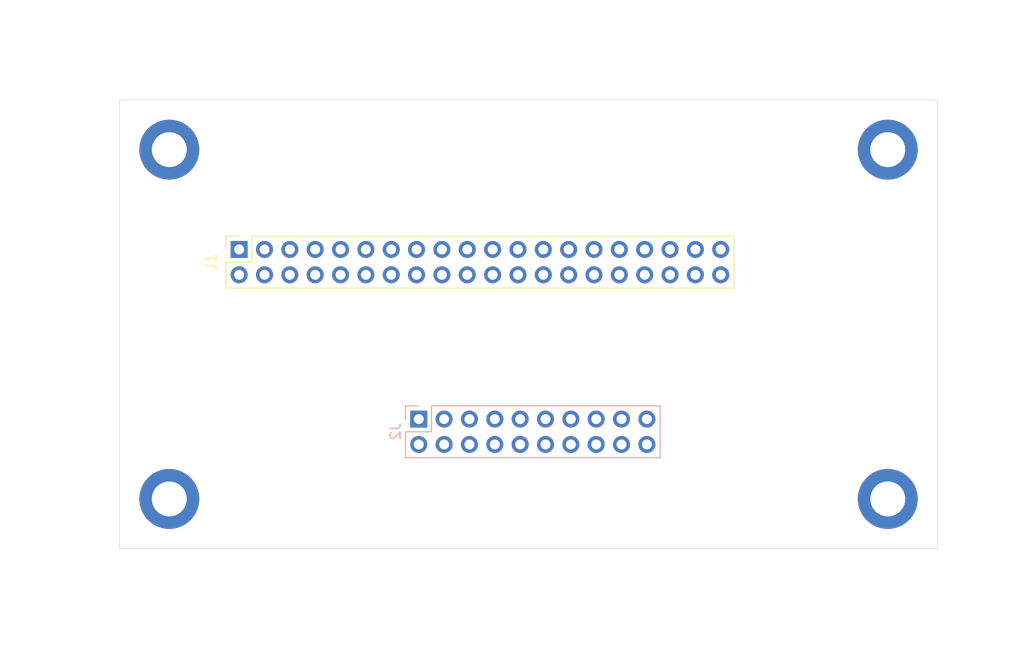
<source format=kicad_pcb>
(kicad_pcb (version 20171130) (host pcbnew 5.1.5+dfsg1-2build2)

  (general
    (thickness 1.6)
    (drawings 12)
    (tracks 4)
    (zones 0)
    (modules 2)
    (nets 1)
  )

  (page A4)
  (layers
    (0 F.Cu signal)
    (31 B.Cu signal)
    (32 B.Adhes user)
    (33 F.Adhes user)
    (34 B.Paste user)
    (35 F.Paste user)
    (36 B.SilkS user)
    (37 F.SilkS user)
    (38 B.Mask user)
    (39 F.Mask user)
    (40 Dwgs.User user)
    (41 Cmts.User user)
    (42 Eco1.User user)
    (43 Eco2.User user)
    (44 Edge.Cuts user)
    (45 Margin user)
    (46 B.CrtYd user)
    (47 F.CrtYd user)
    (48 B.Fab user)
    (49 F.Fab user)
  )

  (setup
    (last_trace_width 0.25)
    (trace_clearance 0.2)
    (zone_clearance 0.508)
    (zone_45_only no)
    (trace_min 0.2)
    (via_size 0.8)
    (via_drill 0.4)
    (via_min_size 0.4)
    (via_min_drill 0.3)
    (uvia_size 0.3)
    (uvia_drill 0.1)
    (uvias_allowed no)
    (uvia_min_size 0.2)
    (uvia_min_drill 0.1)
    (edge_width 0.05)
    (segment_width 0.2)
    (pcb_text_width 0.3)
    (pcb_text_size 1.5 1.5)
    (mod_edge_width 0.12)
    (mod_text_size 1 1)
    (mod_text_width 0.15)
    (pad_size 1.524 1.524)
    (pad_drill 0.762)
    (pad_to_mask_clearance 0.051)
    (solder_mask_min_width 0.25)
    (aux_axis_origin 0 0)
    (visible_elements FFFFFF7F)
    (pcbplotparams
      (layerselection 0x010fc_ffffffff)
      (usegerberextensions false)
      (usegerberattributes false)
      (usegerberadvancedattributes false)
      (creategerberjobfile false)
      (excludeedgelayer true)
      (linewidth 0.100000)
      (plotframeref false)
      (viasonmask false)
      (mode 1)
      (useauxorigin false)
      (hpglpennumber 1)
      (hpglpenspeed 20)
      (hpglpendiameter 15.000000)
      (psnegative false)
      (psa4output false)
      (plotreference true)
      (plotvalue true)
      (plotinvisibletext false)
      (padsonsilk false)
      (subtractmaskfromsilk false)
      (outputformat 1)
      (mirror false)
      (drillshape 1)
      (scaleselection 1)
      (outputdirectory ""))
  )

  (net 0 "")

  (net_class Default "Ceci est la Netclass par défaut."
    (clearance 0.2)
    (trace_width 0.25)
    (via_dia 0.8)
    (via_drill 0.4)
    (uvia_dia 0.3)
    (uvia_drill 0.1)
  )

  (module Connector_PinSocket_2.54mm:PinSocket_2x20_P2.54mm_Vertical (layer F.Cu) (tedit 5A19A433) (tstamp 6001C2D2)
    (at 102 65 90)
    (descr "Through hole straight socket strip, 2x20, 2.54mm pitch, double cols (from Kicad 4.0.7), script generated")
    (tags "Through hole socket strip THT 2x20 2.54mm double row")
    (path /6001B5E0)
    (fp_text reference J1 (at -1.27 -2.77 90) (layer F.SilkS)
      (effects (font (size 1 1) (thickness 0.15)))
    )
    (fp_text value Conn_02x20_Odd_Even (at -1.27 51.03 90) (layer F.Fab) hide
      (effects (font (size 1 1) (thickness 0.15)))
    )
    (fp_line (start -3.81 -1.27) (end 0.27 -1.27) (layer F.Fab) (width 0.1))
    (fp_line (start 0.27 -1.27) (end 1.27 -0.27) (layer F.Fab) (width 0.1))
    (fp_line (start 1.27 -0.27) (end 1.27 49.53) (layer F.Fab) (width 0.1))
    (fp_line (start 1.27 49.53) (end -3.81 49.53) (layer F.Fab) (width 0.1))
    (fp_line (start -3.81 49.53) (end -3.81 -1.27) (layer F.Fab) (width 0.1))
    (fp_line (start -3.87 -1.33) (end -1.27 -1.33) (layer F.SilkS) (width 0.12))
    (fp_line (start -3.87 -1.33) (end -3.87 49.59) (layer F.SilkS) (width 0.12))
    (fp_line (start -3.87 49.59) (end 1.33 49.59) (layer F.SilkS) (width 0.12))
    (fp_line (start 1.33 1.27) (end 1.33 49.59) (layer F.SilkS) (width 0.12))
    (fp_line (start -1.27 1.27) (end 1.33 1.27) (layer F.SilkS) (width 0.12))
    (fp_line (start -1.27 -1.33) (end -1.27 1.27) (layer F.SilkS) (width 0.12))
    (fp_line (start 1.33 -1.33) (end 1.33 0) (layer F.SilkS) (width 0.12))
    (fp_line (start 0 -1.33) (end 1.33 -1.33) (layer F.SilkS) (width 0.12))
    (fp_line (start -4.34 -1.8) (end 1.76 -1.8) (layer F.CrtYd) (width 0.05))
    (fp_line (start 1.76 -1.8) (end 1.76 50) (layer F.CrtYd) (width 0.05))
    (fp_line (start 1.76 50) (end -4.34 50) (layer F.CrtYd) (width 0.05))
    (fp_line (start -4.34 50) (end -4.34 -1.8) (layer F.CrtYd) (width 0.05))
    (fp_text user %R (at -1.27 24.13) (layer F.Fab)
      (effects (font (size 1 1) (thickness 0.15)))
    )
    (pad 1 thru_hole rect (at 0 0 90) (size 1.7 1.7) (drill 1) (layers *.Cu *.Mask))
    (pad 2 thru_hole oval (at -2.54 0 90) (size 1.7 1.7) (drill 1) (layers *.Cu *.Mask))
    (pad 3 thru_hole oval (at 0 2.54 90) (size 1.7 1.7) (drill 1) (layers *.Cu *.Mask))
    (pad 4 thru_hole oval (at -2.54 2.54 90) (size 1.7 1.7) (drill 1) (layers *.Cu *.Mask))
    (pad 5 thru_hole oval (at 0 5.08 90) (size 1.7 1.7) (drill 1) (layers *.Cu *.Mask))
    (pad 6 thru_hole oval (at -2.54 5.08 90) (size 1.7 1.7) (drill 1) (layers *.Cu *.Mask))
    (pad 7 thru_hole oval (at 0 7.62 90) (size 1.7 1.7) (drill 1) (layers *.Cu *.Mask))
    (pad 8 thru_hole oval (at -2.54 7.62 90) (size 1.7 1.7) (drill 1) (layers *.Cu *.Mask))
    (pad 9 thru_hole oval (at 0 10.16 90) (size 1.7 1.7) (drill 1) (layers *.Cu *.Mask))
    (pad 10 thru_hole oval (at -2.54 10.16 90) (size 1.7 1.7) (drill 1) (layers *.Cu *.Mask))
    (pad 11 thru_hole oval (at 0 12.7 90) (size 1.7 1.7) (drill 1) (layers *.Cu *.Mask))
    (pad 12 thru_hole oval (at -2.54 12.7 90) (size 1.7 1.7) (drill 1) (layers *.Cu *.Mask))
    (pad 13 thru_hole oval (at 0 15.24 90) (size 1.7 1.7) (drill 1) (layers *.Cu *.Mask))
    (pad 14 thru_hole oval (at -2.54 15.24 90) (size 1.7 1.7) (drill 1) (layers *.Cu *.Mask))
    (pad 15 thru_hole oval (at 0 17.78 90) (size 1.7 1.7) (drill 1) (layers *.Cu *.Mask))
    (pad 16 thru_hole oval (at -2.54 17.78 90) (size 1.7 1.7) (drill 1) (layers *.Cu *.Mask))
    (pad 17 thru_hole oval (at 0 20.32 90) (size 1.7 1.7) (drill 1) (layers *.Cu *.Mask))
    (pad 18 thru_hole oval (at -2.54 20.32 90) (size 1.7 1.7) (drill 1) (layers *.Cu *.Mask))
    (pad 19 thru_hole oval (at 0 22.86 90) (size 1.7 1.7) (drill 1) (layers *.Cu *.Mask))
    (pad 20 thru_hole oval (at -2.54 22.86 90) (size 1.7 1.7) (drill 1) (layers *.Cu *.Mask))
    (pad 21 thru_hole oval (at 0 25.4 90) (size 1.7 1.7) (drill 1) (layers *.Cu *.Mask))
    (pad 22 thru_hole oval (at -2.54 25.4 90) (size 1.7 1.7) (drill 1) (layers *.Cu *.Mask))
    (pad 23 thru_hole oval (at 0 27.94 90) (size 1.7 1.7) (drill 1) (layers *.Cu *.Mask))
    (pad 24 thru_hole oval (at -2.54 27.94 90) (size 1.7 1.7) (drill 1) (layers *.Cu *.Mask))
    (pad 25 thru_hole oval (at 0 30.48 90) (size 1.7 1.7) (drill 1) (layers *.Cu *.Mask))
    (pad 26 thru_hole oval (at -2.54 30.48 90) (size 1.7 1.7) (drill 1) (layers *.Cu *.Mask))
    (pad 27 thru_hole oval (at 0 33.02 90) (size 1.7 1.7) (drill 1) (layers *.Cu *.Mask))
    (pad 28 thru_hole oval (at -2.54 33.02 90) (size 1.7 1.7) (drill 1) (layers *.Cu *.Mask))
    (pad 29 thru_hole oval (at 0 35.56 90) (size 1.7 1.7) (drill 1) (layers *.Cu *.Mask))
    (pad 30 thru_hole oval (at -2.54 35.56 90) (size 1.7 1.7) (drill 1) (layers *.Cu *.Mask))
    (pad 31 thru_hole oval (at 0 38.1 90) (size 1.7 1.7) (drill 1) (layers *.Cu *.Mask))
    (pad 32 thru_hole oval (at -2.54 38.1 90) (size 1.7 1.7) (drill 1) (layers *.Cu *.Mask))
    (pad 33 thru_hole oval (at 0 40.64 90) (size 1.7 1.7) (drill 1) (layers *.Cu *.Mask))
    (pad 34 thru_hole oval (at -2.54 40.64 90) (size 1.7 1.7) (drill 1) (layers *.Cu *.Mask))
    (pad 35 thru_hole oval (at 0 43.18 90) (size 1.7 1.7) (drill 1) (layers *.Cu *.Mask))
    (pad 36 thru_hole oval (at -2.54 43.18 90) (size 1.7 1.7) (drill 1) (layers *.Cu *.Mask))
    (pad 37 thru_hole oval (at 0 45.72 90) (size 1.7 1.7) (drill 1) (layers *.Cu *.Mask))
    (pad 38 thru_hole oval (at -2.54 45.72 90) (size 1.7 1.7) (drill 1) (layers *.Cu *.Mask))
    (pad 39 thru_hole oval (at 0 48.26 90) (size 1.7 1.7) (drill 1) (layers *.Cu *.Mask))
    (pad 40 thru_hole oval (at -2.54 48.26 90) (size 1.7 1.7) (drill 1) (layers *.Cu *.Mask))
    (model ${KISYS3DMOD}/Connector_PinSocket_2.54mm.3dshapes/PinSocket_2x20_P2.54mm_Vertical.wrl
      (at (xyz 0 0 0))
      (scale (xyz 1 1 1))
      (rotate (xyz 0 0 0))
    )
    (model "/home/dimercur/Travail/git/voilier/meca/Content center files/ENG_CVM_CVM_5-5530843-4_F.3d_stp/c-5-5530843-4-f-3d.stp"
      (offset (xyz -1.2 -24 15.5))
      (scale (xyz 1 1 1))
      (rotate (xyz 0 0 90))
    )
  )

  (module Connector_PinHeader_2.54mm:PinHeader_2x10_P2.54mm_Vertical (layer B.Cu) (tedit 59FED5CC) (tstamp 6001C2FC)
    (at 120 82 270)
    (descr "Through hole straight pin header, 2x10, 2.54mm pitch, double rows")
    (tags "Through hole pin header THT 2x10 2.54mm double row")
    (path /6001C59E)
    (fp_text reference J2 (at 1.27 2.33 270) (layer B.SilkS)
      (effects (font (size 1 1) (thickness 0.15)) (justify mirror))
    )
    (fp_text value Conn_02x10_Odd_Even (at 1.27 -25.19 270) (layer B.Fab) hide
      (effects (font (size 1 1) (thickness 0.15)) (justify mirror))
    )
    (fp_line (start 0 1.27) (end 3.81 1.27) (layer B.Fab) (width 0.1))
    (fp_line (start 3.81 1.27) (end 3.81 -24.13) (layer B.Fab) (width 0.1))
    (fp_line (start 3.81 -24.13) (end -1.27 -24.13) (layer B.Fab) (width 0.1))
    (fp_line (start -1.27 -24.13) (end -1.27 0) (layer B.Fab) (width 0.1))
    (fp_line (start -1.27 0) (end 0 1.27) (layer B.Fab) (width 0.1))
    (fp_line (start -1.33 -24.19) (end 3.87 -24.19) (layer B.SilkS) (width 0.12))
    (fp_line (start -1.33 -1.27) (end -1.33 -24.19) (layer B.SilkS) (width 0.12))
    (fp_line (start 3.87 1.33) (end 3.87 -24.19) (layer B.SilkS) (width 0.12))
    (fp_line (start -1.33 -1.27) (end 1.27 -1.27) (layer B.SilkS) (width 0.12))
    (fp_line (start 1.27 -1.27) (end 1.27 1.33) (layer B.SilkS) (width 0.12))
    (fp_line (start 1.27 1.33) (end 3.87 1.33) (layer B.SilkS) (width 0.12))
    (fp_line (start -1.33 0) (end -1.33 1.33) (layer B.SilkS) (width 0.12))
    (fp_line (start -1.33 1.33) (end 0 1.33) (layer B.SilkS) (width 0.12))
    (fp_line (start -1.8 1.8) (end -1.8 -24.65) (layer B.CrtYd) (width 0.05))
    (fp_line (start -1.8 -24.65) (end 4.35 -24.65) (layer B.CrtYd) (width 0.05))
    (fp_line (start 4.35 -24.65) (end 4.35 1.8) (layer B.CrtYd) (width 0.05))
    (fp_line (start 4.35 1.8) (end -1.8 1.8) (layer B.CrtYd) (width 0.05))
    (fp_text user %R (at 1.27 -11.43) (layer B.Fab)
      (effects (font (size 1 1) (thickness 0.15)) (justify mirror))
    )
    (pad 1 thru_hole rect (at 0 0 270) (size 1.7 1.7) (drill 1) (layers *.Cu *.Mask))
    (pad 2 thru_hole oval (at 2.54 0 270) (size 1.7 1.7) (drill 1) (layers *.Cu *.Mask))
    (pad 3 thru_hole oval (at 0 -2.54 270) (size 1.7 1.7) (drill 1) (layers *.Cu *.Mask))
    (pad 4 thru_hole oval (at 2.54 -2.54 270) (size 1.7 1.7) (drill 1) (layers *.Cu *.Mask))
    (pad 5 thru_hole oval (at 0 -5.08 270) (size 1.7 1.7) (drill 1) (layers *.Cu *.Mask))
    (pad 6 thru_hole oval (at 2.54 -5.08 270) (size 1.7 1.7) (drill 1) (layers *.Cu *.Mask))
    (pad 7 thru_hole oval (at 0 -7.62 270) (size 1.7 1.7) (drill 1) (layers *.Cu *.Mask))
    (pad 8 thru_hole oval (at 2.54 -7.62 270) (size 1.7 1.7) (drill 1) (layers *.Cu *.Mask))
    (pad 9 thru_hole oval (at 0 -10.16 270) (size 1.7 1.7) (drill 1) (layers *.Cu *.Mask))
    (pad 10 thru_hole oval (at 2.54 -10.16 270) (size 1.7 1.7) (drill 1) (layers *.Cu *.Mask))
    (pad 11 thru_hole oval (at 0 -12.7 270) (size 1.7 1.7) (drill 1) (layers *.Cu *.Mask))
    (pad 12 thru_hole oval (at 2.54 -12.7 270) (size 1.7 1.7) (drill 1) (layers *.Cu *.Mask))
    (pad 13 thru_hole oval (at 0 -15.24 270) (size 1.7 1.7) (drill 1) (layers *.Cu *.Mask))
    (pad 14 thru_hole oval (at 2.54 -15.24 270) (size 1.7 1.7) (drill 1) (layers *.Cu *.Mask))
    (pad 15 thru_hole oval (at 0 -17.78 270) (size 1.7 1.7) (drill 1) (layers *.Cu *.Mask))
    (pad 16 thru_hole oval (at 2.54 -17.78 270) (size 1.7 1.7) (drill 1) (layers *.Cu *.Mask))
    (pad 17 thru_hole oval (at 0 -20.32 270) (size 1.7 1.7) (drill 1) (layers *.Cu *.Mask))
    (pad 18 thru_hole oval (at 2.54 -20.32 270) (size 1.7 1.7) (drill 1) (layers *.Cu *.Mask))
    (pad 19 thru_hole oval (at 0 -22.86 270) (size 1.7 1.7) (drill 1) (layers *.Cu *.Mask))
    (pad 20 thru_hole oval (at 2.54 -22.86 270) (size 1.7 1.7) (drill 1) (layers *.Cu *.Mask))
    (model ${KISYS3DMOD}/Connector_PinHeader_2.54mm.3dshapes/PinHeader_2x10_P2.54mm_Vertical.wrl
      (at (xyz 0 0 0))
      (scale (xyz 1 1 1))
      (rotate (xyz 0 0 0))
    )
  )

  (dimension 5 (width 0.15) (layer F.Fab)
    (gr_text "5,000 mm" (at 92.5 44.7) (layer F.Fab)
      (effects (font (size 1 1) (thickness 0.15)))
    )
    (feature1 (pts (xy 90 55) (xy 90 45.413579)))
    (feature2 (pts (xy 95 55) (xy 95 45.413579)))
    (crossbar (pts (xy 95 46) (xy 90 46)))
    (arrow1a (pts (xy 90 46) (xy 91.126504 45.413579)))
    (arrow1b (pts (xy 90 46) (xy 91.126504 46.586421)))
    (arrow2a (pts (xy 95 46) (xy 93.873496 45.413579)))
    (arrow2b (pts (xy 95 46) (xy 93.873496 46.586421)))
  )
  (dimension 5 (width 0.15) (layer F.Fab)
    (gr_text "5,000 mm" (at 81.7 52.5 90) (layer F.Fab)
      (effects (font (size 1 1) (thickness 0.15)))
    )
    (feature1 (pts (xy 95 50) (xy 82.413579 50)))
    (feature2 (pts (xy 95 55) (xy 82.413579 55)))
    (crossbar (pts (xy 83 55) (xy 83 50)))
    (arrow1a (pts (xy 83 50) (xy 83.586421 51.126504)))
    (arrow1b (pts (xy 83 50) (xy 82.413579 51.126504)))
    (arrow2a (pts (xy 83 55) (xy 83.586421 53.873496)))
    (arrow2b (pts (xy 83 55) (xy 82.413579 53.873496)))
  )
  (dimension 20 (width 0.15) (layer F.Fab)
    (gr_text "20,000 mm" (at 162 62.7) (layer F.Fab)
      (effects (font (size 1 1) (thickness 0.15)))
    )
    (feature1 (pts (xy 172 65) (xy 172 63.413579)))
    (feature2 (pts (xy 152 65) (xy 152 63.413579)))
    (crossbar (pts (xy 152 64) (xy 172 64)))
    (arrow1a (pts (xy 172 64) (xy 170.873496 64.586421)))
    (arrow1b (pts (xy 172 64) (xy 170.873496 63.413579)))
    (arrow2a (pts (xy 152 64) (xy 153.126504 64.586421)))
    (arrow2b (pts (xy 152 64) (xy 153.126504 63.413579)))
  )
  (dimension 10 (width 0.15) (layer F.Fab)
    (gr_text "10,000 mm" (at 95 63.7) (layer F.Fab)
      (effects (font (size 1 1) (thickness 0.15)))
    )
    (feature1 (pts (xy 90 65) (xy 90 64.413579)))
    (feature2 (pts (xy 100 65) (xy 100 64.413579)))
    (crossbar (pts (xy 100 65) (xy 90 65)))
    (arrow1a (pts (xy 90 65) (xy 91.126504 64.413579)))
    (arrow1b (pts (xy 90 65) (xy 91.126504 65.586421)))
    (arrow2a (pts (xy 100 65) (xy 98.873496 64.413579)))
    (arrow2b (pts (xy 100 65) (xy 98.873496 65.586421)))
  )
  (dimension 72 (width 0.15) (layer F.Fab)
    (gr_text "72,000 mm" (at 131 105.3) (layer F.Fab)
      (effects (font (size 1 1) (thickness 0.15)))
    )
    (feature1 (pts (xy 167 90) (xy 167 104.586421)))
    (feature2 (pts (xy 95 90) (xy 95 104.586421)))
    (crossbar (pts (xy 95 104) (xy 167 104)))
    (arrow1a (pts (xy 167 104) (xy 165.873496 104.586421)))
    (arrow1b (pts (xy 167 104) (xy 165.873496 103.413579)))
    (arrow2a (pts (xy 95 104) (xy 96.126504 104.586421)))
    (arrow2b (pts (xy 95 104) (xy 96.126504 103.413579)))
  )
  (dimension 35 (width 0.15) (layer F.Fab)
    (gr_text "35,000 mm" (at 81.7 72.5 270) (layer F.Fab)
      (effects (font (size 1 1) (thickness 0.15)))
    )
    (feature1 (pts (xy 95 90) (xy 82.413579 90)))
    (feature2 (pts (xy 95 55) (xy 82.413579 55)))
    (crossbar (pts (xy 83 55) (xy 83 90)))
    (arrow1a (pts (xy 83 90) (xy 82.413579 88.873496)))
    (arrow1b (pts (xy 83 90) (xy 83.586421 88.873496)))
    (arrow2a (pts (xy 83 55) (xy 82.413579 56.126504)))
    (arrow2b (pts (xy 83 55) (xy 83.586421 56.126504)))
  )
  (dimension 45 (width 0.15) (layer F.Fab)
    (gr_text "45,000 mm" (at 179.3 72.5 270) (layer F.Fab)
      (effects (font (size 1 1) (thickness 0.15)))
    )
    (feature1 (pts (xy 172 95) (xy 178.586421 95)))
    (feature2 (pts (xy 172 50) (xy 178.586421 50)))
    (crossbar (pts (xy 178 50) (xy 178 95)))
    (arrow1a (pts (xy 178 95) (xy 177.413579 93.873496)))
    (arrow1b (pts (xy 178 95) (xy 178.586421 93.873496)))
    (arrow2a (pts (xy 178 50) (xy 177.413579 51.126504)))
    (arrow2b (pts (xy 178 50) (xy 178.586421 51.126504)))
  )
  (dimension 82 (width 0.15) (layer F.Fab)
    (gr_text "82,000 mm" (at 131 40.7) (layer F.Fab)
      (effects (font (size 1 1) (thickness 0.15)))
    )
    (feature1 (pts (xy 172 50) (xy 172 41.413579)))
    (feature2 (pts (xy 90 50) (xy 90 41.413579)))
    (crossbar (pts (xy 90 42) (xy 172 42)))
    (arrow1a (pts (xy 172 42) (xy 170.873496 42.586421)))
    (arrow1b (pts (xy 172 42) (xy 170.873496 41.413579)))
    (arrow2a (pts (xy 90 42) (xy 91.126504 42.586421)))
    (arrow2b (pts (xy 90 42) (xy 91.126504 41.413579)))
  )
  (gr_line (start 90 95) (end 90 50) (layer Edge.Cuts) (width 0.05))
  (gr_line (start 172 95) (end 90 95) (layer Edge.Cuts) (width 0.05))
  (gr_line (start 172 50) (end 172 95) (layer Edge.Cuts) (width 0.05))
  (gr_line (start 90 50) (end 172 50) (layer Edge.Cuts) (width 0.05))

  (via (at 167 55) (size 6) (drill 3.5) (layers F.Cu B.Cu) (net 0))
  (via (at 167 90) (size 6) (drill 3.5) (layers F.Cu B.Cu) (net 0))
  (via (at 95 90) (size 6) (drill 3.5) (layers F.Cu B.Cu) (net 0))
  (via (at 95 55) (size 6) (drill 3.5) (layers F.Cu B.Cu) (net 0))

)

</source>
